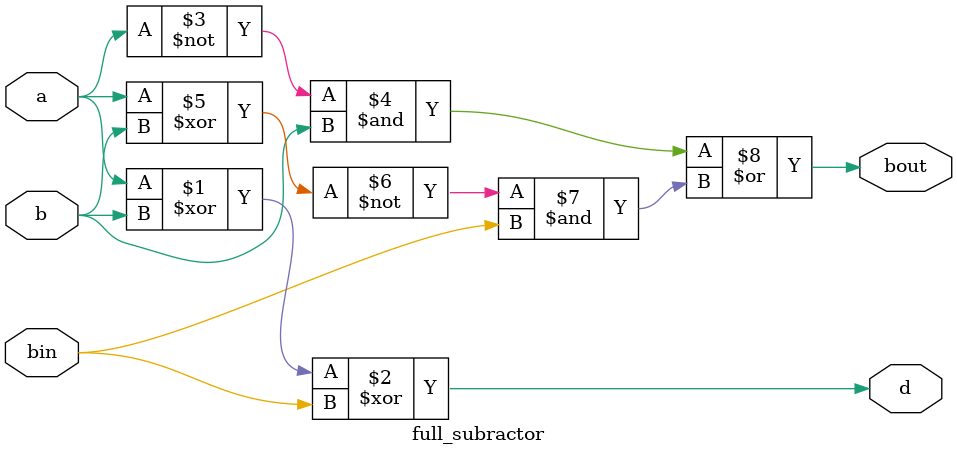
<source format=v>
`timescale 1ns / 1ps


module full_subractor(
    input a,b,bin,
    output d,bout
    );
    assign d = a^b^bin;
    assign bout = ((~a)& b) | (~(a^b)& bin);
endmodule

</source>
